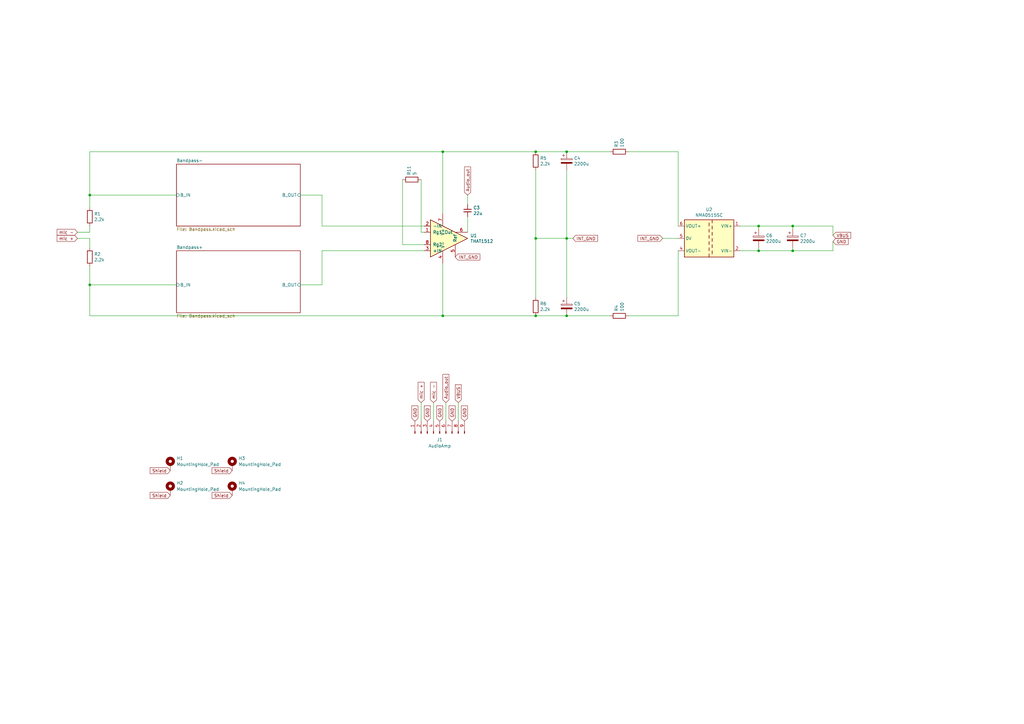
<source format=kicad_sch>
(kicad_sch (version 20211123) (generator eeschema)
  (paper "A3")
  (lib_symbols
    (symbol "AudioInterface-rescue:CP-Device" (pin_numbers hide) (pin_names (offset 0.254))
      (property "Reference" "C" (at 0.635 2.54 0))
      (property "Value" "CP-Device" (at 0.635 -2.54 0))
      (symbol "CP-Device_0_1"
        (rectangle (start -2.286 0.508) (end 2.286 1.016))
        (polyline (pts (xy -1.778 2.286) (xy -0.762 2.286)))
        (polyline (pts (xy -1.27 2.794) (xy -1.27 1.778)))
        (rectangle (start 2.286 -0.508) (end -2.286 -1.016) (fill (type outline)))
      )
      (symbol "CP-Device_1_1"
        (pin passive line (at 0 3.81 270) (length 2.794) (name "~") (number "1"))
        (pin passive line (at 0 -3.81 90) (length 2.794) (name "~") (number "2"))
      )
    )
    (symbol "AudioInterface-rescue:THAT1512-Audio2" (pin_names (offset 1.016))
      (property "Reference" "U" (at -1.27 0 0))
      (property "Value" "THAT1512-Audio2" (at -1.27 0 0))
      (symbol "THAT1512-Audio2_1_1"
        (polyline (pts (xy -11.43 1.27) (xy -11.43 -13.97) (xy 3.81 -6.35) (xy -11.43 1.27)) (stroke (width 0.254)) (fill (type background)))
        (pin passive line (at -13.97 -3.81 0) (length 2.54) (name "Rg1") (number "1"))
        (pin input line (at -13.97 -1.27 0) (length 2.54) (name "-IN") (number "2"))
        (pin input line (at -13.97 -11.43 0) (length 2.54) (name "+IN") (number "3"))
        (pin power_in line (at -6.35 -16.51 90) (length 5.08) (name "V-") (number "4"))
        (pin passive line (at -1.27 -13.97 90) (length 5.08) (name "Ref") (number "5"))
        (pin output line (at 3.81 -3.81 180) (length 5.08) (name "Out") (number "6"))
        (pin power_in line (at -6.35 3.81 270) (length 5.08) (name "V+") (number "7"))
        (pin passive line (at -13.97 -8.89 0) (length 2.54) (name "Rg2") (number "8"))
      )
    )
    (symbol "Connector:Conn_01x09_Male" (pin_names (offset 1.016) hide)
      (property "Reference" "J" (at 0 12.7 0))
      (property "Value" "Conn_01x09_Male" (at 0 -12.7 0))
      (symbol "Conn_01x09_Male_1_1"
        (polyline (pts (xy 1.27 -10.16) (xy 0.8636 -10.16)) (stroke (width 0.1524)))
        (polyline (pts (xy 1.27 -7.62) (xy 0.8636 -7.62)) (stroke (width 0.1524)))
        (polyline (pts (xy 1.27 -5.08) (xy 0.8636 -5.08)) (stroke (width 0.1524)))
        (polyline (pts (xy 1.27 -2.54) (xy 0.8636 -2.54)) (stroke (width 0.1524)))
        (polyline (pts (xy 1.27 0) (xy 0.8636 0)) (stroke (width 0.1524)))
        (polyline (pts (xy 1.27 2.54) (xy 0.8636 2.54)) (stroke (width 0.1524)))
        (polyline (pts (xy 1.27 5.08) (xy 0.8636 5.08)) (stroke (width 0.1524)))
        (polyline (pts (xy 1.27 7.62) (xy 0.8636 7.62)) (stroke (width 0.1524)))
        (polyline (pts (xy 1.27 10.16) (xy 0.8636 10.16)) (stroke (width 0.1524)))
        (rectangle (start 0.8636 -10.033) (end 0 -10.287) (stroke (width 0.1524)) (fill (type outline)))
        (rectangle (start 0.8636 -7.493) (end 0 -7.747) (stroke (width 0.1524)) (fill (type outline)))
        (rectangle (start 0.8636 -4.953) (end 0 -5.207) (stroke (width 0.1524)) (fill (type outline)))
        (rectangle (start 0.8636 -2.413) (end 0 -2.667) (stroke (width 0.1524)) (fill (type outline)))
        (rectangle (start 0.8636 0.127) (end 0 -0.127) (stroke (width 0.1524)) (fill (type outline)))
        (rectangle (start 0.8636 2.667) (end 0 2.413) (stroke (width 0.1524)) (fill (type outline)))
        (rectangle (start 0.8636 5.207) (end 0 4.953) (stroke (width 0.1524)) (fill (type outline)))
        (rectangle (start 0.8636 7.747) (end 0 7.493) (stroke (width 0.1524)) (fill (type outline)))
        (rectangle (start 0.8636 10.287) (end 0 10.033) (stroke (width 0.1524)) (fill (type outline)))
        (pin passive line (at 5.08 10.16 180) (length 3.81) (name "Pin_1") (number "1"))
        (pin passive line (at 5.08 7.62 180) (length 3.81) (name "Pin_2") (number "2"))
        (pin passive line (at 5.08 5.08 180) (length 3.81) (name "Pin_3") (number "3"))
        (pin passive line (at 5.08 2.54 180) (length 3.81) (name "Pin_4") (number "4"))
        (pin passive line (at 5.08 0 180) (length 3.81) (name "Pin_5") (number "5"))
        (pin passive line (at 5.08 -2.54 180) (length 3.81) (name "Pin_6") (number "6"))
        (pin passive line (at 5.08 -5.08 180) (length 3.81) (name "Pin_7") (number "7"))
        (pin passive line (at 5.08 -7.62 180) (length 3.81) (name "Pin_8") (number "8"))
        (pin passive line (at 5.08 -10.16 180) (length 3.81) (name "Pin_9") (number "9"))
      )
    )
    (symbol "Device:C_Small" (pin_numbers hide) (pin_names (offset 0.254) hide)
      (property "Reference" "C" (at 0.254 1.778 0))
      (property "Value" "C_Small" (at 0.254 -2.032 0))
      (symbol "C_Small_0_1"
        (polyline (pts (xy -1.524 -0.508) (xy 1.524 -0.508)) (stroke (width 0.3302)))
        (polyline (pts (xy -1.524 0.508) (xy 1.524 0.508)) (stroke (width 0.3048)))
      )
      (symbol "C_Small_1_1"
        (pin passive line (at 0 2.54 270) (length 2.032) (name "~") (number "1"))
        (pin passive line (at 0 -2.54 90) (length 2.032) (name "~") (number "2"))
      )
    )
    (symbol "Device:R" (pin_numbers hide) (pin_names (offset 0))
      (property "Reference" "R" (at 2.032 0 90))
      (property "Value" "R" (at 0 0 90))
      (symbol "R_0_1"
        (rectangle (start -1.016 -2.54) (end 1.016 2.54) (stroke (width 0.254)))
      )
      (symbol "R_1_1"
        (pin passive line (at 0 3.81 270) (length 1.27) (name "~") (number "1"))
        (pin passive line (at 0 -3.81 90) (length 1.27) (name "~") (number "2"))
      )
    )
    (symbol "Mechanical:MountingHole_Pad" (pin_numbers hide) (pin_names (offset 1.016) hide)
      (property "Reference" "H" (at 0 6.35 0))
      (property "Value" "MountingHole_Pad" (at 0 4.445 0))
      (symbol "MountingHole_Pad_0_1"
        (circle (center 0 1.27) (radius 1.27) (stroke (width 1.27)))
      )
      (symbol "MountingHole_Pad_1_1"
        (pin input line (at 0 -2.54 90) (length 2.54) (name "1") (number "1"))
      )
    )
    (symbol "Regulator_Switching:NMA0515SC"
      (property "Reference" "U" (at -10.16 8.89 0))
      (property "Value" "NMA0515SC" (at 0 8.89 0))
      (symbol "NMA0515SC_0_1"
        (rectangle (start -10.16 7.62) (end 10.16 -7.62) (stroke (width 0.254)) (fill (type background)))
        (polyline (pts (xy -1.27 -5.08) (xy -1.27 -6.35)) (stroke (width 0.254)))
        (polyline (pts (xy -1.27 -2.54) (xy -1.27 -3.81)) (stroke (width 0.254)))
        (polyline (pts (xy -1.27 0) (xy -1.27 -1.27)) (stroke (width 0.254)))
        (polyline (pts (xy -1.27 2.54) (xy -1.27 1.27)) (stroke (width 0.254)))
        (polyline (pts (xy -1.27 5.08) (xy -1.27 3.81)) (stroke (width 0.254)))
        (polyline (pts (xy -1.27 7.62) (xy -1.27 6.35)) (stroke (width 0.254)))
        (polyline (pts (xy 0 -7.62) (xy 0 -6.35)) (stroke (width 0.254)))
        (polyline (pts (xy 0 -5.08) (xy 0 -3.81)) (stroke (width 0.254)))
        (polyline (pts (xy 0 -1.27) (xy 0 -2.54)) (stroke (width 0.254)))
        (polyline (pts (xy 0 0) (xy 0 1.27)) (stroke (width 0.254)))
        (polyline (pts (xy 0 2.54) (xy 0 3.81)) (stroke (width 0.254)))
        (polyline (pts (xy 0 5.08) (xy 0 6.35)) (stroke (width 0.254)))
      )
      (symbol "NMA0515SC_1_1"
        (pin power_in line (at -12.7 5.08 0) (length 2.54) (name "VIN+") (number "1"))
        (pin power_in line (at -12.7 -5.08 0) (length 2.54) (name "VIN-") (number "2"))
        (pin power_out line (at 12.7 -5.08 180) (length 2.54) (name "VOUT-") (number "4"))
        (pin power_out line (at 12.7 0 180) (length 2.54) (name "0V") (number "5"))
        (pin power_out line (at 12.7 5.08 180) (length 2.54) (name "VOUT+") (number "6"))
      )
    )
  )
  (junction (at 36.83 80.01))
  (junction (at 219.71 129.54))
  (junction (at 311.15 92.71))
  (junction (at 325.12 92.71))
  (junction (at 181.61 62.23))
  (junction (at 325.12 102.87))
  (junction (at 311.15 102.87))
  (junction (at 232.41 97.79))
  (junction (at 219.71 62.23))
  (junction (at 232.41 62.23))
  (junction (at 181.61 129.54))
  (junction (at 232.41 129.54))
  (junction (at 36.83 116.84))
  (junction (at 219.71 97.79))
  (wire (pts (xy 219.71 97.79) (xy 232.41 97.79)))
  (wire (pts (xy 36.83 85.09) (xy 36.83 80.01)))
  (wire (pts (xy 311.15 102.87) (xy 303.53 102.87)))
  (wire (pts (xy 165.1 100.33) (xy 165.1 73.66)))
  (wire (pts (xy 325.12 92.71) (xy 325.12 93.98)))
  (wire (pts (xy 311.15 92.71) (xy 311.15 93.98)))
  (wire (pts (xy 123.19 80.01) (xy 132.08 80.01)))
  (wire (pts (xy 232.41 69.85) (xy 232.41 97.79)))
  (wire (pts (xy 232.41 62.23) (xy 250.19 62.23)))
  (wire (pts (xy 36.83 116.84) (xy 72.39 116.84)))
  (wire (pts (xy 181.61 62.23) (xy 219.71 62.23)))
  (wire (pts (xy 36.83 129.54) (xy 36.83 116.84)))
  (wire (pts (xy 36.83 109.22) (xy 36.83 116.84)))
  (wire (pts (xy 36.83 129.54) (xy 181.61 129.54)))
  (wire (pts (xy 278.13 92.71) (xy 278.13 62.23)))
  (wire (pts (xy 232.41 129.54) (xy 219.71 129.54)))
  (wire (pts (xy 177.8 165.1) (xy 177.8 172.72)))
  (wire (pts (xy 132.08 102.87) (xy 173.99 102.87)))
  (wire (pts (xy 187.96 165.1) (xy 187.96 172.72)))
  (wire (pts (xy 123.19 116.84) (xy 132.08 116.84)))
  (wire (pts (xy 341.63 102.87) (xy 325.12 102.87)))
  (wire (pts (xy 172.72 95.25) (xy 173.99 95.25)))
  (wire (pts (xy 257.81 129.54) (xy 278.13 129.54)))
  (wire (pts (xy 341.63 92.71) (xy 325.12 92.71)))
  (wire (pts (xy 341.63 99.06) (xy 341.63 102.87)))
  (wire (pts (xy 31.75 95.25) (xy 36.83 95.25)))
  (wire (pts (xy 325.12 102.87) (xy 311.15 102.87)))
  (wire (pts (xy 325.12 102.87) (xy 325.12 101.6)))
  (wire (pts (xy 132.08 92.71) (xy 173.99 92.71)))
  (wire (pts (xy 36.83 92.71) (xy 36.83 95.25)))
  (wire (pts (xy 181.61 107.95) (xy 181.61 129.54)))
  (wire (pts (xy 341.63 92.71) (xy 341.63 96.52)))
  (wire (pts (xy 311.15 101.6) (xy 311.15 102.87)))
  (wire (pts (xy 36.83 62.23) (xy 36.83 80.01)))
  (wire (pts (xy 278.13 97.79) (xy 271.78 97.79)))
  (wire (pts (xy 36.83 80.01) (xy 72.39 80.01)))
  (wire (pts (xy 36.83 62.23) (xy 181.61 62.23)))
  (wire (pts (xy 36.83 97.79) (xy 31.75 97.79)))
  (wire (pts (xy 172.72 165.1) (xy 172.72 172.72)))
  (wire (pts (xy 232.41 129.54) (xy 250.19 129.54)))
  (wire (pts (xy 132.08 80.01) (xy 132.08 92.71)))
  (wire (pts (xy 36.83 97.79) (xy 36.83 101.6)))
  (wire (pts (xy 257.81 62.23) (xy 278.13 62.23)))
  (wire (pts (xy 165.1 100.33) (xy 173.99 100.33)))
  (wire (pts (xy 181.61 62.23) (xy 181.61 87.63)))
  (wire (pts (xy 311.15 92.71) (xy 303.53 92.71)))
  (wire (pts (xy 232.41 97.79) (xy 234.95 97.79)))
  (wire (pts (xy 325.12 92.71) (xy 311.15 92.71)))
  (wire (pts (xy 219.71 97.79) (xy 219.71 121.92)))
  (wire (pts (xy 191.77 80.01) (xy 191.77 83.82)))
  (wire (pts (xy 219.71 62.23) (xy 232.41 62.23)))
  (wire (pts (xy 219.71 69.85) (xy 219.71 97.79)))
  (wire (pts (xy 232.41 97.79) (xy 232.41 121.92)))
  (wire (pts (xy 132.08 116.84) (xy 132.08 102.87)))
  (wire (pts (xy 191.77 95.25) (xy 191.77 88.9)))
  (wire (pts (xy 278.13 102.87) (xy 278.13 129.54)))
  (wire (pts (xy 182.88 165.1) (xy 182.88 172.72)))
  (wire (pts (xy 219.71 129.54) (xy 181.61 129.54)))
  (wire (pts (xy 172.72 73.66) (xy 172.72 95.25)))
  (global_label "Audio_out" (shape input) (at 191.77 80.01 90) (property "Intersheet References" "${INTERSHEET_REFS}" (effects hide)))
  (global_label "GND" (shape input) (at 341.63 99.06 0) (property "Intersheet References" "${INTERSHEET_REFS}" (effects hide)))
  (global_label "Audio_out" (shape input) (at 182.88 165.1 90) (property "Intersheet References" "${INTERSHEET_REFS}" (effects hide)))
  (global_label "INT_GND" (shape input) (at 186.69 105.41 0) (property "Intersheet References" "${INTERSHEET_REFS}" (effects hide)))
  (global_label "mic +" (shape input) (at 31.75 97.79 180) (property "Intersheet References" "${INTERSHEET_REFS}" (effects hide)))
  (global_label "Shield" (shape input) (at 95.25 193.04 180) (property "Intersheet References" "${INTERSHEET_REFS}" (effects hide)))
  (global_label "GND" (shape input) (at 190.5 172.72 90) (property "Intersheet References" "${INTERSHEET_REFS}" (effects hide)))
  (global_label "GND" (shape input) (at 175.26 172.72 90) (property "Intersheet References" "${INTERSHEET_REFS}" (effects hide)))
  (global_label "mic -" (shape input) (at 177.8 165.1 90) (property "Intersheet References" "${INTERSHEET_REFS}" (effects hide)))
  (global_label "INT_GND" (shape input) (at 271.78 97.79 180) (property "Intersheet References" "${INTERSHEET_REFS}" (effects hide)))
  (global_label "Shield" (shape input) (at 69.85 193.04 180) (property "Intersheet References" "${INTERSHEET_REFS}" (effects hide)))
  (global_label "Shield" (shape input) (at 95.25 203.2 180) (property "Intersheet References" "${INTERSHEET_REFS}" (effects hide)))
  (global_label "VBUS" (shape input) (at 187.96 165.1 90) (property "Intersheet References" "${INTERSHEET_REFS}" (effects hide)))
  (global_label "mic -" (shape input) (at 31.75 95.25 180) (property "Intersheet References" "${INTERSHEET_REFS}" (effects hide)))
  (global_label "GND" (shape input) (at 170.18 172.72 90) (property "Intersheet References" "${INTERSHEET_REFS}" (effects hide)))
  (global_label "GND" (shape input) (at 185.42 172.72 90) (property "Intersheet References" "${INTERSHEET_REFS}" (effects hide)))
  (global_label "mic +" (shape input) (at 172.72 165.1 90) (property "Intersheet References" "${INTERSHEET_REFS}" (effects hide)))
  (global_label "INT_GND" (shape input) (at 234.95 97.79 0) (property "Intersheet References" "${INTERSHEET_REFS}" (effects hide)))
  (global_label "Shield" (shape input) (at 69.85 203.2 180) (property "Intersheet References" "${INTERSHEET_REFS}" (effects hide)))
  (global_label "VBUS" (shape input) (at 341.63 96.52 0) (property "Intersheet References" "${INTERSHEET_REFS}" (effects hide)))
  (global_label "GND" (shape input) (at 180.34 172.72 90) (property "Intersheet References" "${INTERSHEET_REFS}" (effects hide)))
  (symbol (lib_id "AudioInterface-rescue:CP-Device") (at 232.41 125.73 0) (unit 1)
    (property "Reference" "C5" (at 235.4072 124.5616 0) (effects (justify left)))
    (property "Value" "2200u" (at 235.4072 126.873 0) (effects (justify left)))
    (property "Footprint" "Capacitor_THT:CP_Radial_D12.5mm_P5.00mm" (effects hide))
  )
  (symbol (lib_id "Device:R") (at 219.71 125.73 0) (unit 1)
    (property "Reference" "R6" (at 221.488 124.5616 0) (effects (justify left)))
    (property "Value" "2.2k" (at 221.488 126.873 0) (effects (justify left)))
    (property "Footprint" "Resistor_THT:R_Axial_DIN0207_L6.3mm_D2.5mm_P10.16mm_Horizontal" (effects hide))
  )
  (symbol (lib_id "Device:R") (at 219.71 66.04 0) (unit 1)
    (property "Reference" "R5" (at 221.488 64.8716 0) (effects (justify left)))
    (property "Value" "2.2k" (at 221.488 67.183 0) (effects (justify left)))
    (property "Footprint" "Resistor_THT:R_Axial_DIN0207_L6.3mm_D2.5mm_P10.16mm_Horizontal" (effects hide))
  )
  (symbol (lib_id "Device:R") (at 36.83 105.41 0) (unit 1)
    (property "Reference" "R2" (at 38.608 104.2416 0) (effects (justify left)))
    (property "Value" "2.2k" (at 38.608 106.553 0) (effects (justify left)))
    (property "Footprint" "Resistor_THT:R_Axial_DIN0207_L6.3mm_D2.5mm_P10.16mm_Horizontal" (effects hide))
  )
  (symbol (lib_id "Device:R") (at 36.83 88.9 0) (unit 1)
    (property "Reference" "R1" (at 38.608 87.7316 0) (effects (justify left)))
    (property "Value" "2.2k" (at 38.608 90.043 0) (effects (justify left)))
    (property "Footprint" "Resistor_THT:R_Axial_DIN0207_L6.3mm_D2.5mm_P10.16mm_Horizontal" (effects hide))
  )
  (symbol (lib_id "Regulator_Switching:NMA0515SC") (at 290.83 97.79 0) (mirror y) (unit 1)
    (property "Reference" "U2" (at 290.83 85.9282 0))
    (property "Value" "NMA0515SC" (at 290.83 88.2396 0))
    (property "Footprint" "Converter_DCDC:Converter_DCDC_Murata_NMAxxxxSC_THT" (effects hide))
    (property "Datasheet" "http://power.murata.com/data/power/ncl/kdc_nma.pdf" (effects hide))
  )
  (symbol (lib_id "Device:C_Small") (at 191.77 86.36 0) (unit 1)
    (property "Reference" "C3" (at 194.1068 85.1916 0) (effects (justify left)))
    (property "Value" "22u" (at 194.1068 87.503 0) (effects (justify left)))
    (property "Footprint" "Capacitor_THT:C_Radial_D6.3mm_H11.0mm_P2.50mm" (effects hide))
  )
  (symbol (lib_id "AudioInterface-rescue:CP-Device") (at 232.41 66.04 0) (unit 1)
    (property "Reference" "C4" (at 235.4072 64.8716 0) (effects (justify left)))
    (property "Value" "2200u" (at 235.4072 67.183 0) (effects (justify left)))
    (property "Footprint" "Capacitor_THT:CP_Radial_D12.5mm_P5.00mm" (effects hide))
  )
  (symbol (lib_id "AudioInterface-rescue:CP-Device") (at 311.15 97.79 0) (unit 1)
    (property "Reference" "C6" (at 314.1472 96.6216 0) (effects (justify left)))
    (property "Value" "2200u" (at 314.1472 98.933 0) (effects (justify left)))
    (property "Footprint" "Capacitor_THT:CP_Radial_D12.5mm_P5.00mm" (effects hide))
  )
  (symbol (lib_id "AudioInterface-rescue:CP-Device") (at 325.12 97.79 0) (unit 1)
    (property "Reference" "C7" (at 328.1172 96.6216 0) (effects (justify left)))
    (property "Value" "2200u" (at 328.1172 98.933 0) (effects (justify left)))
    (property "Footprint" "Capacitor_THT:CP_Radial_D12.5mm_P5.00mm" (effects hide))
  )
  (symbol (lib_id "AudioInterface-rescue:THAT1512-Audio2") (at 187.96 91.44 0) (unit 1)
    (property "Reference" "U1" (at 192.8876 96.6216 0) (effects (justify left)))
    (property "Value" "THAT1512" (at 192.8876 98.933 0) (effects (justify left)))
    (property "Footprint" "Package_DIP:DIP-8_W7.62mm_Socket" (effects hide))
  )
  (symbol (lib_id "Mechanical:MountingHole_Pad") (at 95.25 190.5 0) (unit 1)
    (property "Reference" "H3" (at 97.79 187.9599 0) (effects (justify left)))
    (property "Value" "MountingHole_Pad" (at 97.79 190.4999 0) (effects (justify left)))
    (property "Footprint" "MountingHole:MountingHole_2.2mm_M2_DIN965_Pad_TopBottom" (effects hide))
  )
  (symbol (lib_id "Device:R") (at 168.91 73.66 90) (unit 1)
    (property "Reference" "R11" (at 167.7416 71.882 0) (effects (justify left)))
    (property "Value" "5" (at 170.053 71.882 0) (effects (justify left)))
    (property "Footprint" "Resistor_THT:R_Axial_DIN0207_L6.3mm_D2.5mm_P10.16mm_Horizontal" (effects hide))
  )
  (symbol (lib_id "Mechanical:MountingHole_Pad") (at 69.85 190.5 0) (unit 1)
    (property "Reference" "H1" (at 72.39 187.9599 0) (effects (justify left)))
    (property "Value" "MountingHole_Pad" (at 72.39 190.4999 0) (effects (justify left)))
    (property "Footprint" "MountingHole:MountingHole_2.2mm_M2_DIN965_Pad_TopBottom" (effects hide))
  )
  (symbol (lib_id "Mechanical:MountingHole_Pad") (at 95.25 200.66 0) (unit 1)
    (property "Reference" "H4" (at 97.79 198.1199 0) (effects (justify left)))
    (property "Value" "MountingHole_Pad" (at 97.79 200.6599 0) (effects (justify left)))
    (property "Footprint" "MountingHole:MountingHole_2.2mm_M2_DIN965_Pad_TopBottom" (effects hide))
  )
  (symbol (lib_id "Connector:Conn_01x09_Male") (at 180.34 177.8 90) (unit 1)
    (property "Reference" "J1" (at 180.34 180.34 90))
    (property "Value" "AudioAmp" (at 180.34 182.88 90))
    (property "Footprint" "Connector_FFC-FPC:Molex_200528-0090_1x09-1MP_P1.00mm_Horizontal" (effects hide))
  )
  (symbol (lib_id "Device:R") (at 254 62.23 90) (unit 1)
    (property "Reference" "R3" (at 252.8316 60.452 0) (effects (justify left)))
    (property "Value" "100" (at 255.143 60.452 0) (effects (justify left)))
    (property "Footprint" "Resistor_THT:R_Axial_DIN0207_L6.3mm_D2.5mm_P10.16mm_Horizontal" (effects hide))
  )
  (symbol (lib_id "Device:R") (at 254 129.54 90) (unit 1)
    (property "Reference" "R4" (at 252.8316 127.762 0) (effects (justify left)))
    (property "Value" "100" (at 255.143 127.762 0) (effects (justify left)))
    (property "Footprint" "Resistor_THT:R_Axial_DIN0207_L6.3mm_D2.5mm_P10.16mm_Horizontal" (effects hide))
  )
  (symbol (lib_id "Mechanical:MountingHole_Pad") (at 69.85 200.66 0) (unit 1)
    (property "Reference" "H2" (at 72.39 198.1199 0) (effects (justify left)))
    (property "Value" "MountingHole_Pad" (at 72.39 200.6599 0) (effects (justify left)))
    (property "Footprint" "MountingHole:MountingHole_2.2mm_M2_DIN965_Pad_TopBottom" (effects hide))
  )
  (sheet (at 72.39 102.87) (size 50.8 25.4) (stroke (width 0.1524))
    (property "Sheet name" "Bandpass+" (at 72.39 102.1584 0) (effects (justify left bottom)))
    (property "Sheet file" "Bandpass.kicad_sch" (at 72.39 128.8546 0) (effects (justify left top)))
    (pin "B_OUT" input (at 123.19 116.84 0))
    (pin "B_IN" input (at 72.39 116.84 180))
  )
  (sheet (at 72.39 67.31) (size 50.8 25.4) (stroke (width 0.1524))
    (property "Sheet name" "Bandpass-" (at 72.39 66.5984 0) (effects (justify left bottom)))
    (property "Sheet file" "Bandpass.kicad_sch" (at 72.39 93.2946 0) (effects (justify left top)))
    (pin "B_OUT" input (at 123.19 80.01 0))
    (pin "B_IN" input (at 72.39 80.01 180))
  )
)
</source>
